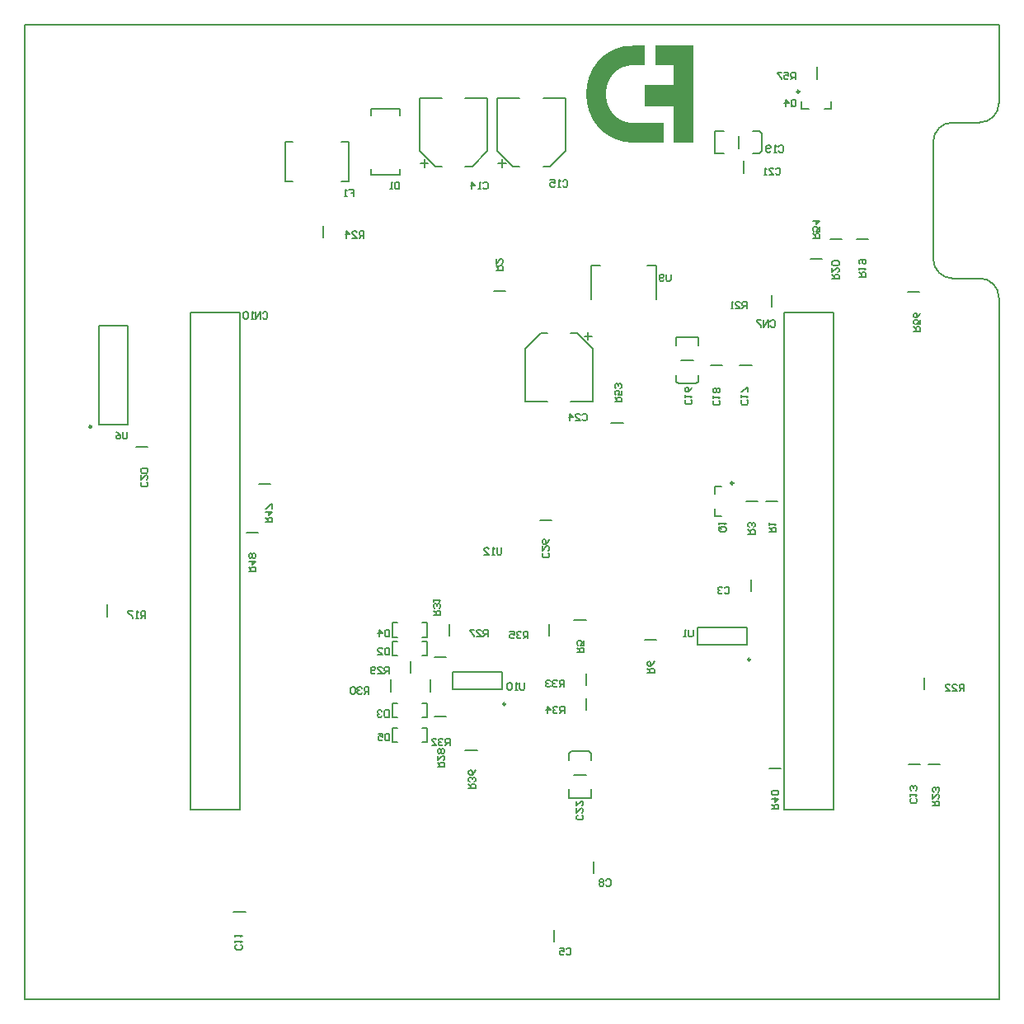
<source format=gbo>
G04 Layer_Color=32896*
%FSLAX43Y43*%
%MOMM*%
G71*
G01*
G75*
%ADD35C,0.150*%
%ADD56C,2.000*%
%ADD57C,0.250*%
%ADD59C,0.200*%
%ADD61R,3.000X2.000*%
%ADD62R,1.000X2.000*%
%ADD63R,4.445X2.270*%
%ADD64R,3.000X2.000*%
%ADD65R,2.000X10.000*%
D35*
X38500Y84600D02*
Y85250D01*
X35500Y84600D02*
X38500D01*
X35500D02*
Y85250D01*
X38500Y90750D02*
Y91400D01*
X35500D02*
X38500D01*
X35500Y90750D02*
Y91400D01*
X49000Y85400D02*
Y86200D01*
X48600Y85800D02*
X49400D01*
X48500Y92500D02*
X50800D01*
X48500Y87100D02*
Y92500D01*
Y87100D02*
X50100Y85500D01*
X50800D01*
X53200D02*
X53900D01*
X55500Y87100D01*
Y92500D01*
X53200D02*
X55500D01*
X40752Y26343D02*
X41252D01*
Y27843D01*
X40752D02*
X41252D01*
X37752Y26343D02*
X38252D01*
X37752D02*
Y27843D01*
X38252D01*
X40752Y37138D02*
X41252D01*
Y38638D01*
X40752D02*
X41252D01*
X37752Y37138D02*
X38252D01*
X37752D02*
Y38638D01*
X38252D01*
X40752Y28883D02*
X41252D01*
Y30383D01*
X40752D02*
X41252D01*
X37752Y28883D02*
X38252D01*
X37752D02*
Y30383D01*
X38252D01*
X40752Y35233D02*
X41252D01*
Y36733D01*
X40752D02*
X41252D01*
X37752Y35233D02*
X38252D01*
X37752D02*
Y36733D01*
X38252D01*
X41000Y85400D02*
Y86200D01*
X40600Y85800D02*
X41400D01*
X40500Y92500D02*
X42800D01*
X40500Y87100D02*
Y92500D01*
Y87100D02*
X42100Y85500D01*
X42800D01*
X45200D02*
X45900D01*
X47500Y87100D01*
Y92500D01*
X45200D02*
X47500D01*
X26750Y83950D02*
Y88050D01*
X27500D01*
X26750Y83950D02*
X27500D01*
X26750D02*
X27500D01*
X26750Y88050D02*
X27500D01*
X26750Y83950D02*
Y88050D01*
X32500Y83950D02*
X33250D01*
X32500Y88050D02*
X33250D01*
Y83950D02*
Y88050D01*
X64794Y71841D02*
Y75341D01*
X63844D02*
X64794D01*
X58094D02*
X59044D01*
X58094Y71841D02*
Y75341D01*
X51326Y61366D02*
X53626D01*
X51326D02*
Y66766D01*
X52926Y68366D01*
X53626D01*
X56026D02*
X56726D01*
X58326Y66766D01*
Y61366D02*
Y66766D01*
X56026Y61366D02*
X58326D01*
X57426Y68066D02*
X58226D01*
X57826Y67666D02*
Y68466D01*
X69143Y67074D02*
Y67974D01*
X66857Y67074D02*
Y67974D01*
X69143D01*
X67100Y63174D02*
X68900D01*
X66857Y63417D02*
X67100Y63174D01*
X66857Y63417D02*
Y64074D01*
X69143Y63417D02*
Y64074D01*
X68900Y63174D02*
X69143Y63417D01*
X67365Y65574D02*
X68635D01*
X70841Y89113D02*
X71741D01*
X70841Y86827D02*
X71741D01*
X70841D02*
Y89113D01*
X75641Y87070D02*
Y88870D01*
X75398Y86827D02*
X75641Y87070D01*
X74741Y86827D02*
X75398D01*
X74741Y89113D02*
X75398D01*
X75641Y88870D01*
X73241Y87335D02*
Y88605D01*
X55842Y20629D02*
Y21529D01*
X58128Y20629D02*
Y21529D01*
X55842Y20629D02*
X58128D01*
X56085Y25429D02*
X57885D01*
X58128Y25186D01*
Y24529D02*
Y25186D01*
X55842Y24529D02*
Y25186D01*
X56085Y25429D01*
X56350Y23029D02*
X57620D01*
X22966Y43876D02*
X23666D01*
Y44226D01*
X23549Y44343D01*
X23316D01*
X23199Y44226D01*
Y43876D01*
Y44110D02*
X22966Y44343D01*
Y44926D02*
X23666D01*
X23316Y44576D01*
Y45043D01*
X23549Y45276D02*
X23666Y45393D01*
Y45626D01*
X23549Y45742D01*
X23432D01*
X23316Y45626D01*
X23199Y45742D01*
X23082D01*
X22966Y45626D01*
Y45393D01*
X23082Y45276D01*
X23199D01*
X23316Y45393D01*
X23432Y45276D01*
X23549D01*
X23316Y45393D02*
Y45626D01*
X76661Y19518D02*
X77361D01*
Y19868D01*
X77245Y19984D01*
X77011D01*
X76895Y19868D01*
Y19518D01*
Y19751D02*
X76661Y19984D01*
Y20567D02*
X77361D01*
X77011Y20218D01*
Y20684D01*
X77245Y20917D02*
X77361Y21034D01*
Y21267D01*
X77245Y21384D01*
X76778D01*
X76661Y21267D01*
Y21034D01*
X76778Y20917D01*
X77245D01*
X51261Y32435D02*
Y31852D01*
X51145Y31735D01*
X50912D01*
X50795Y31852D01*
Y32435D01*
X50562Y31735D02*
X50328D01*
X50445D01*
Y32435D01*
X50562Y32318D01*
X49978D02*
X49862Y32435D01*
X49629D01*
X49512Y32318D01*
Y31852D01*
X49629Y31735D01*
X49862D01*
X49978Y31852D01*
Y32318D01*
X45546Y21601D02*
X46246D01*
Y21950D01*
X46130Y22067D01*
X45896D01*
X45780Y21950D01*
Y21601D01*
Y21834D02*
X45546Y22067D01*
X46130Y22300D02*
X46246Y22417D01*
Y22650D01*
X46130Y22767D01*
X46013D01*
X45896Y22650D01*
Y22534D01*
Y22650D01*
X45780Y22767D01*
X45663D01*
X45546Y22650D01*
Y22417D01*
X45663Y22300D01*
X46246Y23467D02*
X46130Y23233D01*
X45896Y23000D01*
X45663D01*
X45546Y23117D01*
Y23350D01*
X45663Y23467D01*
X45780D01*
X45896Y23350D01*
Y23000D01*
X51642Y37018D02*
Y37718D01*
X51293D01*
X51176Y37602D01*
Y37368D01*
X51293Y37252D01*
X51642D01*
X51409D02*
X51176Y37018D01*
X50943Y37602D02*
X50826Y37718D01*
X50593D01*
X50476Y37602D01*
Y37485D01*
X50593Y37368D01*
X50709D01*
X50593D01*
X50476Y37252D01*
Y37135D01*
X50593Y37018D01*
X50826D01*
X50943Y37135D01*
X49776Y37718D02*
X50243D01*
Y37368D01*
X50010Y37485D01*
X49893D01*
X49776Y37368D01*
Y37135D01*
X49893Y37018D01*
X50126D01*
X50243Y37135D01*
X55376Y29348D02*
Y30047D01*
X55026D01*
X54910Y29931D01*
Y29697D01*
X55026Y29581D01*
X55376D01*
X55143D02*
X54910Y29348D01*
X54676Y29931D02*
X54560Y30047D01*
X54327D01*
X54210Y29931D01*
Y29814D01*
X54327Y29697D01*
X54443D01*
X54327D01*
X54210Y29581D01*
Y29464D01*
X54327Y29348D01*
X54560D01*
X54676Y29464D01*
X53627Y29348D02*
Y30047D01*
X53977Y29697D01*
X53510D01*
X55351Y32040D02*
Y32740D01*
X55001D01*
X54884Y32623D01*
Y32390D01*
X55001Y32273D01*
X55351D01*
X55118D02*
X54884Y32040D01*
X54651Y32623D02*
X54534Y32740D01*
X54301D01*
X54185Y32623D01*
Y32507D01*
X54301Y32390D01*
X54418D01*
X54301D01*
X54185Y32273D01*
Y32157D01*
X54301Y32040D01*
X54534D01*
X54651Y32157D01*
X53951Y32623D02*
X53835Y32740D01*
X53601D01*
X53485Y32623D01*
Y32507D01*
X53601Y32390D01*
X53718D01*
X53601D01*
X53485Y32273D01*
Y32157D01*
X53601Y32040D01*
X53835D01*
X53951Y32157D01*
X43616Y26046D02*
Y26745D01*
X43266D01*
X43149Y26629D01*
Y26395D01*
X43266Y26279D01*
X43616D01*
X43383D02*
X43149Y26046D01*
X42916Y26629D02*
X42800Y26745D01*
X42566D01*
X42450Y26629D01*
Y26512D01*
X42566Y26395D01*
X42683D01*
X42566D01*
X42450Y26279D01*
Y26162D01*
X42566Y26046D01*
X42800D01*
X42916Y26162D01*
X41750Y26046D02*
X42216D01*
X41750Y26512D01*
Y26629D01*
X41867Y26745D01*
X42100D01*
X42216Y26629D01*
X41940Y39406D02*
X42639D01*
Y39756D01*
X42523Y39873D01*
X42289D01*
X42173Y39756D01*
Y39406D01*
Y39639D02*
X41940Y39873D01*
X42523Y40106D02*
X42639Y40222D01*
Y40456D01*
X42523Y40572D01*
X42406D01*
X42289Y40456D01*
Y40339D01*
Y40456D01*
X42173Y40572D01*
X42056D01*
X41940Y40456D01*
Y40222D01*
X42056Y40106D01*
X41940Y40806D02*
Y41039D01*
Y40922D01*
X42639D01*
X42523Y40806D01*
X35285Y31329D02*
Y32029D01*
X34935D01*
X34818Y31912D01*
Y31679D01*
X34935Y31562D01*
X35285D01*
X35052D02*
X34818Y31329D01*
X34585Y31912D02*
X34468Y32029D01*
X34235D01*
X34119Y31912D01*
Y31795D01*
X34235Y31679D01*
X34352D01*
X34235D01*
X34119Y31562D01*
Y31445D01*
X34235Y31329D01*
X34468D01*
X34585Y31445D01*
X33885Y31912D02*
X33769Y32029D01*
X33535D01*
X33419Y31912D01*
Y31445D01*
X33535Y31329D01*
X33769D01*
X33885Y31445D01*
Y31912D01*
X37368Y33412D02*
Y34111D01*
X37018D01*
X36901Y33995D01*
Y33761D01*
X37018Y33645D01*
X37368D01*
X37134D02*
X36901Y33412D01*
X36201D02*
X36668D01*
X36201Y33878D01*
Y33995D01*
X36318Y34111D01*
X36551D01*
X36668Y33995D01*
X35968Y33528D02*
X35851Y33412D01*
X35618D01*
X35502Y33528D01*
Y33995D01*
X35618Y34111D01*
X35851D01*
X35968Y33995D01*
Y33878D01*
X35851Y33761D01*
X35502D01*
X42346Y23810D02*
X43046D01*
Y24160D01*
X42929Y24277D01*
X42696D01*
X42579Y24160D01*
Y23810D01*
Y24044D02*
X42346Y24277D01*
Y24977D02*
Y24510D01*
X42813Y24977D01*
X42929D01*
X43046Y24860D01*
Y24627D01*
X42929Y24510D01*
Y25210D02*
X43046Y25327D01*
Y25560D01*
X42929Y25676D01*
X42813D01*
X42696Y25560D01*
X42579Y25676D01*
X42463D01*
X42346Y25560D01*
Y25327D01*
X42463Y25210D01*
X42579D01*
X42696Y25327D01*
X42813Y25210D01*
X42929D01*
X42696Y25327D02*
Y25560D01*
X47528Y37222D02*
Y37921D01*
X47178D01*
X47061Y37805D01*
Y37571D01*
X47178Y37455D01*
X47528D01*
X47294D02*
X47061Y37222D01*
X46361D02*
X46828D01*
X46361Y37688D01*
Y37805D01*
X46478Y37921D01*
X46711D01*
X46828Y37805D01*
X46128Y37921D02*
X45662D01*
Y37805D01*
X46128Y37338D01*
Y37222D01*
X37418Y27253D02*
Y26554D01*
X37069D01*
X36952Y26670D01*
Y27137D01*
X37069Y27253D01*
X37418D01*
X36252D02*
X36719D01*
Y26903D01*
X36485Y27020D01*
X36369D01*
X36252Y26903D01*
Y26670D01*
X36369Y26554D01*
X36602D01*
X36719Y26670D01*
X37393Y37921D02*
Y37222D01*
X37043D01*
X36926Y37338D01*
Y37805D01*
X37043Y37921D01*
X37393D01*
X36343Y37222D02*
Y37921D01*
X36693Y37571D01*
X36227D01*
X37342Y29641D02*
Y28941D01*
X36992D01*
X36876Y29058D01*
Y29524D01*
X36992Y29641D01*
X37342D01*
X36642Y29524D02*
X36526Y29641D01*
X36293D01*
X36176Y29524D01*
Y29408D01*
X36293Y29291D01*
X36409D01*
X36293D01*
X36176Y29174D01*
Y29058D01*
X36293Y28941D01*
X36526D01*
X36642Y29058D01*
X37400Y36025D02*
Y35325D01*
X37050D01*
X36933Y35442D01*
Y35908D01*
X37050Y36025D01*
X37400D01*
X36234Y35325D02*
X36700D01*
X36234Y35792D01*
Y35908D01*
X36350Y36025D01*
X36584D01*
X36700Y35908D01*
X57200Y18882D02*
X57316Y18765D01*
Y18532D01*
X57200Y18415D01*
X56733D01*
X56617Y18532D01*
Y18765D01*
X56733Y18882D01*
X56617Y19581D02*
Y19115D01*
X57083Y19581D01*
X57200D01*
X57316Y19465D01*
Y19231D01*
X57200Y19115D01*
X56617Y20281D02*
Y19815D01*
X57083Y20281D01*
X57200D01*
X57316Y20164D01*
Y19931D01*
X57200Y19815D01*
X71826Y42174D02*
X71943Y42290D01*
X72176D01*
X72293Y42174D01*
Y41707D01*
X72176Y41590D01*
X71943D01*
X71826Y41707D01*
X71593Y42174D02*
X71476Y42290D01*
X71243D01*
X71126Y42174D01*
Y42057D01*
X71243Y41940D01*
X71360D01*
X71243D01*
X71126Y41824D01*
Y41707D01*
X71243Y41590D01*
X71476D01*
X71593Y41707D01*
X55570Y5115D02*
X55687Y5232D01*
X55920D01*
X56037Y5115D01*
Y4648D01*
X55920Y4532D01*
X55687D01*
X55570Y4648D01*
X54870Y5232D02*
X55337D01*
Y4882D01*
X55104Y4998D01*
X54987D01*
X54870Y4882D01*
Y4648D01*
X54987Y4532D01*
X55220D01*
X55337Y4648D01*
X59659Y12176D02*
X59776Y12293D01*
X60009D01*
X60126Y12176D01*
Y11710D01*
X60009Y11593D01*
X59776D01*
X59659Y11710D01*
X59426Y12176D02*
X59310Y12293D01*
X59076D01*
X58960Y12176D01*
Y12060D01*
X59076Y11943D01*
X58960Y11826D01*
Y11710D01*
X59076Y11593D01*
X59310D01*
X59426Y11710D01*
Y11826D01*
X59310Y11943D01*
X59426Y12060D01*
Y12176D01*
X59310Y11943D02*
X59076D01*
X22173Y5547D02*
X22290Y5430D01*
Y5197D01*
X22173Y5080D01*
X21707D01*
X21590Y5197D01*
Y5430D01*
X21707Y5547D01*
X21590Y5780D02*
Y6013D01*
Y5896D01*
X22290D01*
X22173Y5780D01*
X21590Y6363D02*
Y6596D01*
Y6480D01*
X22290D01*
X22173Y6363D01*
X91443Y20594D02*
X91560Y20477D01*
Y20244D01*
X91443Y20127D01*
X90977D01*
X90860Y20244D01*
Y20477D01*
X90977Y20594D01*
X90860Y20827D02*
Y21060D01*
Y20944D01*
X91560D01*
X91443Y20827D01*
Y21410D02*
X91560Y21527D01*
Y21760D01*
X91443Y21877D01*
X91327D01*
X91210Y21760D01*
Y21644D01*
Y21760D01*
X91093Y21877D01*
X90977D01*
X90860Y21760D01*
Y21527D01*
X90977Y21410D01*
X47036Y83779D02*
X47152Y83895D01*
X47386D01*
X47502Y83779D01*
Y83312D01*
X47386Y83196D01*
X47152D01*
X47036Y83312D01*
X46802Y83196D02*
X46569D01*
X46686D01*
Y83895D01*
X46802Y83779D01*
X45869Y83196D02*
Y83895D01*
X46219Y83545D01*
X45753D01*
X55214Y83982D02*
X55331Y84099D01*
X55564D01*
X55681Y83982D01*
Y83515D01*
X55564Y83399D01*
X55331D01*
X55214Y83515D01*
X54981Y83399D02*
X54748D01*
X54865D01*
Y84099D01*
X54981Y83982D01*
X53932Y84099D02*
X54398D01*
Y83749D01*
X54165Y83865D01*
X54048D01*
X53932Y83749D01*
Y83515D01*
X54048Y83399D01*
X54281D01*
X54398Y83515D01*
X68355Y61539D02*
X68471Y61422D01*
Y61189D01*
X68355Y61072D01*
X67888D01*
X67771Y61189D01*
Y61422D01*
X67888Y61539D01*
X67771Y61772D02*
Y62005D01*
Y61889D01*
X68471D01*
X68355Y61772D01*
X68471Y62822D02*
X68355Y62588D01*
X68121Y62355D01*
X67888D01*
X67771Y62472D01*
Y62705D01*
X67888Y62822D01*
X68005D01*
X68121Y62705D01*
Y62355D01*
X74120Y61513D02*
X74237Y61397D01*
Y61163D01*
X74120Y61047D01*
X73654D01*
X73537Y61163D01*
Y61397D01*
X73654Y61513D01*
X73537Y61747D02*
Y61980D01*
Y61863D01*
X74237D01*
X74120Y61747D01*
X74237Y62330D02*
Y62796D01*
X74120D01*
X73654Y62330D01*
X73537D01*
X71250Y61437D02*
X71367Y61320D01*
Y61087D01*
X71250Y60971D01*
X70784D01*
X70667Y61087D01*
Y61320D01*
X70784Y61437D01*
X70667Y61670D02*
Y61904D01*
Y61787D01*
X71367D01*
X71250Y61670D01*
Y62254D02*
X71367Y62370D01*
Y62603D01*
X71250Y62720D01*
X71134D01*
X71017Y62603D01*
X70900Y62720D01*
X70784D01*
X70667Y62603D01*
Y62370D01*
X70784Y62254D01*
X70900D01*
X71017Y62370D01*
X71134Y62254D01*
X71250D01*
X71017Y62370D02*
Y62603D01*
X77380Y87537D02*
X77497Y87654D01*
X77730D01*
X77846Y87537D01*
Y87071D01*
X77730Y86954D01*
X77497D01*
X77380Y87071D01*
X77147Y86954D02*
X76913D01*
X77030D01*
Y87654D01*
X77147Y87537D01*
X76563Y87071D02*
X76447Y86954D01*
X76214D01*
X76097Y87071D01*
Y87537D01*
X76214Y87654D01*
X76447D01*
X76563Y87537D01*
Y87421D01*
X76447Y87304D01*
X76097D01*
X12483Y53087D02*
X12600Y52970D01*
Y52737D01*
X12483Y52620D01*
X12017D01*
X11900Y52737D01*
Y52970D01*
X12017Y53087D01*
X11900Y53786D02*
Y53320D01*
X12367Y53786D01*
X12483D01*
X12600Y53670D01*
Y53436D01*
X12483Y53320D01*
Y54020D02*
X12600Y54136D01*
Y54369D01*
X12483Y54486D01*
X12017D01*
X11900Y54369D01*
Y54136D01*
X12017Y54020D01*
X12483D01*
X77075Y85226D02*
X77192Y85342D01*
X77425D01*
X77542Y85226D01*
Y84759D01*
X77425Y84643D01*
X77192D01*
X77075Y84759D01*
X76375Y84643D02*
X76842D01*
X76375Y85109D01*
Y85226D01*
X76492Y85342D01*
X76725D01*
X76842Y85226D01*
X76142Y84643D02*
X75909D01*
X76025D01*
Y85342D01*
X76142Y85226D01*
X38434Y83895D02*
Y83196D01*
X38085D01*
X37968Y83312D01*
Y83779D01*
X38085Y83895D01*
X38434D01*
X37735Y83196D02*
X37501D01*
X37618D01*
Y83895D01*
X37735Y83779D01*
X33269Y83133D02*
X33735D01*
Y82783D01*
X33502D01*
X33735D01*
Y82434D01*
X33036D02*
X32802D01*
X32919D01*
Y83133D01*
X33036Y83017D01*
X71393Y48458D02*
X71860D01*
X71976Y48341D01*
Y48108D01*
X71860Y47991D01*
X71393D01*
X71277Y48108D01*
Y48341D01*
X71510Y48224D02*
X71277Y48458D01*
Y48341D02*
X71393Y48458D01*
X71277Y48691D02*
Y48924D01*
Y48808D01*
X71976D01*
X71860Y48691D01*
X76407Y47940D02*
X77107D01*
Y48290D01*
X76991Y48407D01*
X76757D01*
X76641Y48290D01*
Y47940D01*
Y48174D02*
X76407Y48407D01*
Y48640D02*
Y48873D01*
Y48757D01*
X77107D01*
X76991Y48640D01*
X48366Y74814D02*
X49066D01*
Y75163D01*
X48949Y75280D01*
X48716D01*
X48599Y75163D01*
Y74814D01*
Y75047D02*
X48366Y75280D01*
Y75980D02*
Y75513D01*
X48832Y75980D01*
X48949D01*
X49066Y75863D01*
Y75630D01*
X48949Y75513D01*
X74248Y47737D02*
X74948D01*
Y48087D01*
X74832Y48204D01*
X74598D01*
X74482Y48087D01*
Y47737D01*
Y47970D02*
X74248Y48204D01*
X74832Y48437D02*
X74948Y48554D01*
Y48787D01*
X74832Y48903D01*
X74715D01*
X74598Y48787D01*
Y48670D01*
Y48787D01*
X74482Y48903D01*
X74365D01*
X74248Y48787D01*
Y48554D01*
X74365Y48437D01*
X56697Y35596D02*
X57397D01*
Y35946D01*
X57280Y36063D01*
X57047D01*
X56930Y35946D01*
Y35596D01*
Y35829D02*
X56697Y36063D01*
X57397Y36762D02*
Y36296D01*
X57047D01*
X57164Y36529D01*
Y36646D01*
X57047Y36762D01*
X56814D01*
X56697Y36646D01*
Y36412D01*
X56814Y36296D01*
X63911Y33488D02*
X64610D01*
Y33838D01*
X64494Y33954D01*
X64260D01*
X64144Y33838D01*
Y33488D01*
Y33721D02*
X63911Y33954D01*
X64610Y34654D02*
X64494Y34421D01*
X64260Y34188D01*
X64027D01*
X63911Y34304D01*
Y34537D01*
X64027Y34654D01*
X64144D01*
X64260Y34537D01*
Y34188D01*
X12323Y39101D02*
Y39801D01*
X11973D01*
X11857Y39684D01*
Y39451D01*
X11973Y39334D01*
X12323D01*
X12090D02*
X11857Y39101D01*
X11623D02*
X11390D01*
X11507D01*
Y39801D01*
X11623Y39684D01*
X11040Y39801D02*
X10574D01*
Y39684D01*
X11040Y39218D01*
Y39101D01*
X85649Y74159D02*
X86348D01*
Y74509D01*
X86232Y74626D01*
X85999D01*
X85882Y74509D01*
Y74159D01*
Y74393D02*
X85649Y74626D01*
Y74859D02*
Y75092D01*
Y74976D01*
X86348D01*
X86232Y74859D01*
X85765Y75442D02*
X85649Y75559D01*
Y75792D01*
X85765Y75909D01*
X86232D01*
X86348Y75792D01*
Y75559D01*
X86232Y75442D01*
X86115D01*
X85999Y75559D01*
Y75909D01*
X82889Y73922D02*
X83589D01*
Y74272D01*
X83472Y74388D01*
X83239D01*
X83122Y74272D01*
Y73922D01*
Y74155D02*
X82889Y74388D01*
Y75088D02*
Y74622D01*
X83355Y75088D01*
X83472D01*
X83589Y74971D01*
Y74738D01*
X83472Y74622D01*
Y75321D02*
X83589Y75438D01*
Y75671D01*
X83472Y75788D01*
X83005D01*
X82889Y75671D01*
Y75438D01*
X83005Y75321D01*
X83472D01*
X74126Y70899D02*
Y71599D01*
X73776D01*
X73659Y71482D01*
Y71249D01*
X73776Y71132D01*
X74126D01*
X73893D02*
X73659Y70899D01*
X72960D02*
X73426D01*
X72960Y71366D01*
Y71482D01*
X73076Y71599D01*
X73309D01*
X73426Y71482D01*
X72726Y70899D02*
X72493D01*
X72610D01*
Y71599D01*
X72726Y71482D01*
X96397Y31608D02*
Y32308D01*
X96047D01*
X95931Y32191D01*
Y31958D01*
X96047Y31841D01*
X96397D01*
X96164D02*
X95931Y31608D01*
X95231D02*
X95697D01*
X95231Y32075D01*
Y32191D01*
X95348Y32308D01*
X95581D01*
X95697Y32191D01*
X94531Y31608D02*
X94998D01*
X94531Y32075D01*
Y32191D01*
X94648Y32308D01*
X94881D01*
X94998Y32191D01*
X93197Y19848D02*
X93897D01*
Y20198D01*
X93780Y20315D01*
X93547D01*
X93430Y20198D01*
Y19848D01*
Y20081D02*
X93197Y20315D01*
Y21014D02*
Y20548D01*
X93663Y21014D01*
X93780D01*
X93897Y20898D01*
Y20664D01*
X93780Y20548D01*
Y21248D02*
X93897Y21364D01*
Y21597D01*
X93780Y21714D01*
X93663D01*
X93547Y21597D01*
Y21481D01*
Y21597D01*
X93430Y21714D01*
X93313D01*
X93197Y21597D01*
Y21364D01*
X93313Y21248D01*
X34760Y78147D02*
Y78847D01*
X34410D01*
X34293Y78730D01*
Y78497D01*
X34410Y78380D01*
X34760D01*
X34527D02*
X34293Y78147D01*
X33594D02*
X34060D01*
X33594Y78614D01*
Y78730D01*
X33710Y78847D01*
X33944D01*
X34060Y78730D01*
X33011Y78147D02*
Y78847D01*
X33360Y78497D01*
X32894D01*
X68584Y37896D02*
Y37313D01*
X68468Y37196D01*
X68234D01*
X68118Y37313D01*
Y37896D01*
X67884Y37196D02*
X67651D01*
X67768D01*
Y37896D01*
X67884Y37779D01*
X66298Y74421D02*
Y73838D01*
X66182Y73721D01*
X65948D01*
X65832Y73838D01*
Y74421D01*
X65598Y73838D02*
X65482Y73721D01*
X65249D01*
X65132Y73838D01*
Y74305D01*
X65249Y74421D01*
X65482D01*
X65598Y74305D01*
Y74188D01*
X65482Y74071D01*
X65132D01*
X57221Y59954D02*
X57338Y60070D01*
X57571D01*
X57688Y59954D01*
Y59487D01*
X57571Y59370D01*
X57338D01*
X57221Y59487D01*
X56521Y59370D02*
X56988D01*
X56521Y59837D01*
Y59954D01*
X56638Y60070D01*
X56871D01*
X56988Y59954D01*
X55938Y59370D02*
Y60070D01*
X56288Y59720D01*
X55822D01*
X53699Y45791D02*
X53815Y45674D01*
Y45441D01*
X53699Y45324D01*
X53232D01*
X53116Y45441D01*
Y45674D01*
X53232Y45791D01*
X53116Y46490D02*
Y46024D01*
X53582Y46490D01*
X53699D01*
X53815Y46374D01*
Y46141D01*
X53699Y46024D01*
X53815Y47190D02*
X53699Y46957D01*
X53465Y46724D01*
X53232D01*
X53116Y46840D01*
Y47074D01*
X53232Y47190D01*
X53349D01*
X53465Y47074D01*
Y46724D01*
X48899Y46329D02*
Y45746D01*
X48783Y45629D01*
X48549D01*
X48433Y45746D01*
Y46329D01*
X48199Y45629D02*
X47966D01*
X48083D01*
Y46329D01*
X48199Y46212D01*
X47150Y45629D02*
X47616D01*
X47150Y46096D01*
Y46212D01*
X47266Y46329D01*
X47500D01*
X47616Y46212D01*
X24668Y48956D02*
X25367D01*
Y49306D01*
X25251Y49423D01*
X25017D01*
X24901Y49306D01*
Y48956D01*
Y49190D02*
X24668Y49423D01*
Y50006D02*
X25367D01*
X25017Y49656D01*
Y50123D01*
X25367Y50356D02*
Y50822D01*
X25251D01*
X24784Y50356D01*
X24668D01*
X10494Y58241D02*
Y57658D01*
X10378Y57542D01*
X10145D01*
X10028Y57658D01*
Y58241D01*
X9328D02*
X9561Y58125D01*
X9795Y57891D01*
Y57658D01*
X9678Y57542D01*
X9445D01*
X9328Y57658D01*
Y57775D01*
X9445Y57891D01*
X9795D01*
X60541Y61307D02*
X61241D01*
Y61657D01*
X61124Y61773D01*
X60891D01*
X60774Y61657D01*
Y61307D01*
Y61540D02*
X60541Y61773D01*
X61241Y62473D02*
Y62007D01*
X60891D01*
X61008Y62240D01*
Y62356D01*
X60891Y62473D01*
X60658D01*
X60541Y62356D01*
Y62123D01*
X60658Y62007D01*
X61124Y62706D02*
X61241Y62823D01*
Y63056D01*
X61124Y63173D01*
X61008D01*
X60891Y63056D01*
Y62940D01*
Y63056D01*
X60774Y63173D01*
X60658D01*
X60541Y63056D01*
Y62823D01*
X60658Y62706D01*
X80908Y78113D02*
X81607D01*
Y78463D01*
X81491Y78579D01*
X81257D01*
X81141Y78463D01*
Y78113D01*
Y78346D02*
X80908Y78579D01*
X81607Y79279D02*
Y78813D01*
X81257D01*
X81374Y79046D01*
Y79162D01*
X81257Y79279D01*
X81024D01*
X80908Y79162D01*
Y78929D01*
X81024Y78813D01*
X80908Y79862D02*
X81607D01*
X81257Y79512D01*
Y79979D01*
X78663Y91742D02*
Y92209D01*
X78780Y92325D01*
X79013D01*
X79130Y92209D01*
Y91742D01*
X79013Y91626D01*
X78780D01*
X78896Y91859D02*
X78663Y91626D01*
X78780D02*
X78663Y91742D01*
X78080Y91626D02*
Y92325D01*
X78430Y91975D01*
X77963D01*
X91250Y68562D02*
X91950D01*
Y68912D01*
X91833Y69029D01*
X91600D01*
X91483Y68912D01*
Y68562D01*
Y68795D02*
X91250Y69029D01*
X91950Y69728D02*
Y69262D01*
X91600D01*
X91717Y69495D01*
Y69612D01*
X91600Y69728D01*
X91367D01*
X91250Y69612D01*
Y69378D01*
X91367Y69262D01*
X91950Y70428D02*
X91833Y70195D01*
X91600Y69962D01*
X91367D01*
X91250Y70078D01*
Y70311D01*
X91367Y70428D01*
X91483D01*
X91600Y70311D01*
Y69962D01*
X79104Y94420D02*
Y95119D01*
X78754D01*
X78638Y95003D01*
Y94769D01*
X78754Y94653D01*
X79104D01*
X78871D02*
X78638Y94420D01*
X77938Y95119D02*
X78404D01*
Y94769D01*
X78171Y94886D01*
X78055D01*
X77938Y94769D01*
Y94536D01*
X78055Y94420D01*
X78288D01*
X78404Y94536D01*
X77705Y95119D02*
X77238D01*
Y95003D01*
X77705Y94536D01*
Y94420D01*
X24398Y70433D02*
X24515Y70550D01*
X24748D01*
X24865Y70433D01*
Y69967D01*
X24748Y69850D01*
X24515D01*
X24398Y69967D01*
X24165Y69850D02*
Y70550D01*
X23699Y69850D01*
Y70550D01*
X23465Y69850D02*
X23232D01*
X23349D01*
Y70550D01*
X23465Y70433D01*
X22882D02*
X22766Y70550D01*
X22532D01*
X22416Y70433D01*
Y69967D01*
X22532Y69850D01*
X22766D01*
X22882Y69967D01*
Y70433D01*
X76533Y69583D02*
X76650Y69700D01*
X76883D01*
X77000Y69583D01*
Y69117D01*
X76883Y69000D01*
X76650D01*
X76533Y69117D01*
X76300Y69000D02*
Y69700D01*
X75834Y69000D01*
Y69700D01*
X75600D02*
X75134D01*
Y69583D01*
X75600Y69117D01*
Y69000D01*
X95250Y90000D02*
G03*
X93250Y88000I0J-2000D01*
G01*
X98000Y90000D02*
G03*
X100000Y92000I0J2000D01*
G01*
Y72000D02*
G03*
X98000Y74000I-2000J0D01*
G01*
X93250Y76000D02*
G03*
X95250Y74000I2000J0D01*
G01*
Y90000D02*
X98000D01*
X-0Y100000D02*
X0Y0D01*
X93250Y76000D02*
Y88000D01*
X95250Y74000D02*
X98000D01*
X-0Y100000D02*
X100000D01*
X100000Y92000D02*
Y100000D01*
X100000Y0D02*
Y72000D01*
X0Y0D02*
X100000D01*
D56*
X62632Y96923D02*
G03*
X62632Y88923I0J-4000D01*
G01*
D57*
X6810Y58755D02*
G03*
X6810Y58755I-125J0D01*
G01*
X72715Y52962D02*
G03*
X72715Y52962I-125J0D01*
G01*
X74470Y34840D02*
G03*
X74470Y34840I-125J0D01*
G01*
X49324Y30268D02*
G03*
X49324Y30268I-125J0D01*
G01*
X79507Y93175D02*
G03*
X79507Y93175I-125J0D01*
G01*
D59*
X76415Y23675D02*
X77615D01*
X76070Y51096D02*
X77270D01*
X7585Y58970D02*
X10585D01*
Y69130D01*
X7585Y58970D02*
Y69130D01*
X10585D01*
X8443Y39275D02*
Y40475D01*
X57620Y29668D02*
Y30868D01*
X52840Y49191D02*
X54040D01*
X73749Y84830D02*
Y86030D01*
X39586Y33478D02*
Y34678D01*
X74511Y41860D02*
Y43060D01*
X90713Y24130D02*
X91913D01*
X73400Y65066D02*
X74600D01*
X70400D02*
X71600D01*
X11385Y56684D02*
X12585D01*
X70840Y51896D02*
Y52596D01*
X71540D01*
X70840Y49596D02*
X71540D01*
X70840D02*
Y50296D01*
X48130Y72686D02*
X49330D01*
X74038Y51096D02*
X75238D01*
X56385Y38904D02*
X57585D01*
X63624Y36872D02*
X64824D01*
X85400Y78048D02*
X86600D01*
X82650D02*
X83850D01*
X76710Y71070D02*
Y72270D01*
X92329Y31785D02*
Y32985D01*
X92745Y24130D02*
X93945D01*
X69090Y36340D02*
X74090D01*
X69090Y38140D02*
X74090D01*
Y36340D02*
Y38140D01*
X69090Y36340D02*
Y38140D01*
X17020Y70525D02*
X22020D01*
X17020Y19475D02*
X22020D01*
X77980Y70525D02*
X82980D01*
X77980Y19475D02*
X82980D01*
X17020D02*
X17020Y70525D01*
X22020Y19475D02*
Y70525D01*
X77980Y19475D02*
X77980Y70525D01*
X82980Y19475D02*
Y70525D01*
X54299Y5900D02*
Y7100D01*
X21420Y8921D02*
X22620D01*
X22730Y47921D02*
X23930D01*
X58386Y12900D02*
Y14100D01*
X42034Y35094D02*
X43234D01*
X53810Y37288D02*
Y38488D01*
X43944Y31768D02*
Y33568D01*
X48944Y31768D02*
Y33568D01*
X43944D02*
X48944D01*
X43944Y31768D02*
X48944D01*
X43523Y37288D02*
Y38488D01*
X37554Y31573D02*
Y32773D01*
X42034Y28998D02*
X43234D01*
X45209Y25569D02*
X46409D01*
X41618Y31573D02*
Y32773D01*
X57620Y32208D02*
Y33408D01*
X30569Y78182D02*
Y79382D01*
X24000Y52874D02*
X25200D01*
X80650Y76016D02*
X81850D01*
X60195Y59160D02*
X61395D01*
X81314Y94480D02*
Y95680D01*
X90650Y72644D02*
X91850D01*
X82048Y91425D02*
X82748D01*
Y92125D01*
X79748Y91425D02*
Y92125D01*
Y91425D02*
X80448D01*
D61*
X64132Y88923D02*
D03*
D62*
X63132Y96923D02*
D03*
D63*
X65854Y92788D02*
D03*
D64*
X66132Y96923D02*
D03*
D65*
X67632Y92923D02*
D03*
M02*

</source>
